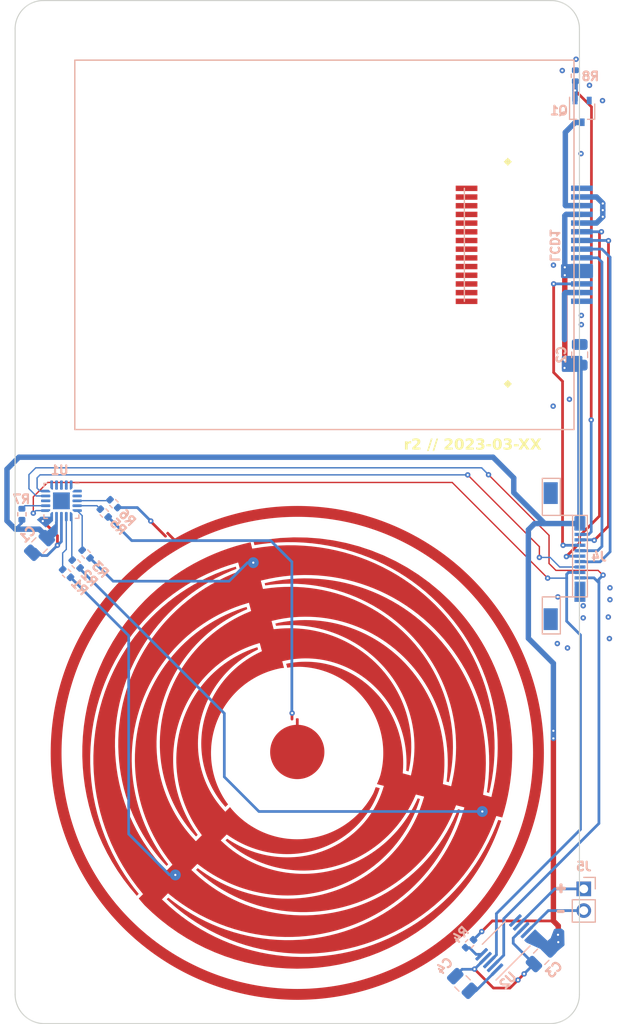
<source format=kicad_pcb>
(kicad_pcb (version 20221018) (generator pcbnew)

  (general
    (thickness 1.6)
  )

  (paper "A4")
  (layers
    (0 "F.Cu" signal)
    (31 "B.Cu" signal)
    (32 "B.Adhes" user "B.Adhesive")
    (33 "F.Adhes" user "F.Adhesive")
    (34 "B.Paste" user)
    (35 "F.Paste" user)
    (36 "B.SilkS" user "B.Silkscreen")
    (37 "F.SilkS" user "F.Silkscreen")
    (38 "B.Mask" user)
    (39 "F.Mask" user)
    (40 "Dwgs.User" user "User.Drawings")
    (41 "Cmts.User" user "User.Comments")
    (42 "Eco1.User" user "User.Eco1")
    (43 "Eco2.User" user "User.Eco2")
    (44 "Edge.Cuts" user)
    (45 "Margin" user)
    (46 "B.CrtYd" user "B.Courtyard")
    (47 "F.CrtYd" user "F.Courtyard")
    (48 "B.Fab" user)
    (49 "F.Fab" user)
    (50 "User.1" user)
    (51 "User.2" user)
    (52 "User.3" user)
    (53 "User.4" user)
    (54 "User.5" user)
    (55 "User.6" user)
    (56 "User.7" user)
    (57 "User.8" user)
    (58 "User.9" user)
  )

  (setup
    (stackup
      (layer "F.SilkS" (type "Top Silk Screen"))
      (layer "F.Paste" (type "Top Solder Paste"))
      (layer "F.Mask" (type "Top Solder Mask") (thickness 0.01))
      (layer "F.Cu" (type "copper") (thickness 0.035))
      (layer "dielectric 1" (type "core") (thickness 1.51) (material "FR4") (epsilon_r 4.5) (loss_tangent 0.02))
      (layer "B.Cu" (type "copper") (thickness 0.035))
      (layer "B.Mask" (type "Bottom Solder Mask") (thickness 0.01))
      (layer "B.Paste" (type "Bottom Solder Paste"))
      (layer "B.SilkS" (type "Bottom Silk Screen"))
      (copper_finish "None")
      (dielectric_constraints no)
    )
    (pad_to_mask_clearance 0)
    (pcbplotparams
      (layerselection 0x00010fc_ffffffff)
      (plot_on_all_layers_selection 0x0000000_00000000)
      (disableapertmacros false)
      (usegerberextensions false)
      (usegerberattributes true)
      (usegerberadvancedattributes true)
      (creategerberjobfile true)
      (dashed_line_dash_ratio 12.000000)
      (dashed_line_gap_ratio 3.000000)
      (svgprecision 6)
      (plotframeref false)
      (viasonmask false)
      (mode 1)
      (useauxorigin false)
      (hpglpennumber 1)
      (hpglpenspeed 20)
      (hpglpendiameter 15.000000)
      (dxfpolygonmode true)
      (dxfimperialunits true)
      (dxfusepcbnewfont true)
      (psnegative false)
      (psa4output false)
      (plotreference true)
      (plotvalue true)
      (plotinvisibletext false)
      (sketchpadsonfab false)
      (subtractmaskfromsilk false)
      (outputformat 1)
      (mirror false)
      (drillshape 0)
      (scaleselection 1)
      (outputdirectory "./gerbers/")
    )
  )

  (net 0 "")
  (net 1 "Net-(U2-REG)")
  (net 2 "Net-(J2-Pin_1)")
  (net 3 "Net-(J3-Pin_1)")
  (net 4 "GND")
  (net 5 "+3V3")
  (net 6 "/SCL")
  (net 7 "/SDA")
  (net 8 "/TOUCH_INT")
  (net 9 "/PICO")
  (net 10 "/RESET")
  (net 11 "/SCLK")
  (net 12 "/CS")
  (net 13 "/RS")
  (net 14 "/LED_ENABLE")
  (net 15 "Net-(J5-Pin_1)")
  (net 16 "Net-(J5-Pin_2)")
  (net 17 "Net-(LCD1-LEDK)")
  (net 18 "Net-(J1-Pin_1)")
  (net 19 "Net-(U1-KEY0)")
  (net 20 "Net-(J1-Pin_2)")
  (net 21 "Net-(U1-KEY1)")
  (net 22 "Net-(J1-Pin_3)")
  (net 23 "Net-(U1-KEY2)")
  (net 24 "Net-(U2-EN)")
  (net 25 "Net-(U1-KEY3)")
  (net 26 "Net-(U1-KEY4)")
  (net 27 "Net-(U1-~{RESET})")
  (net 28 "unconnected-(U2-VDD{slash}NC-Pad6)")
  (net 29 "unconnected-(U1-KEY6-Pad1)")
  (net 30 "unconnected-(U1-KEY5-Pad2)")
  (net 31 "unconnected-(U1-NC-Pad13)")
  (net 32 "unconnected-(U1-KEY11-Pad16)")
  (net 33 "unconnected-(U1-KEY10-Pad17)")
  (net 34 "unconnected-(U1-KEY9-Pad18)")
  (net 35 "unconnected-(U1-KEY8-Pad19)")
  (net 36 "unconnected-(U1-KEY7-Pad20)")

  (footprint "faceplate-footprints:qtouch-wheel" (layer "F.Cu") (at 157.687776 117.890948 -135))

  (footprint "faceplate-footprints:qtouch-guard" (layer "F.Cu") (at 157.7 117.885573 45))

  (footprint "MountingHole:MountingHole_2.2mm_M2" (layer "F.Cu")
    (tstamp b0eed96b-fecb-4db9-8e07-d5b37a30fb46)
    (at 134.3 140.2)
    (descr "Mounting Hole 2.2mm, no annular, M2")
    (tags "mounting hole 2.2mm no annular m2")
    (property "Sheetfile" "gay-ipod-faceplate.kicad_sch")
    (property "Sheetname" "")
    (property "ki_description" "Mounting Hole without connection")
    (property "ki_keywords" "mounting hole")
    (path "/2287654c-0320-4ba9-89dd-92eed8d101c7")
    (attr exclude_from_pos_files)
    (fp_text reference "H3" (at 0.1 -7.9 unlocked) (layer "F.SilkS") hide
        (effects (font (face "Comic Code") (size 0.8 0.8) (thickness 0.3) bold))
      (tstamp 0c679096-f58e-4b1e-b8a9-ec13c0b89e4e)
      (render_cache "H3" 0
        (polygon
          (pts
            (xy 134.371277 131.909627)            (xy 134.370876 131.901603)            (xy 134.369697 131.893823)            (xy 134.366554 131.882693)
            (xy 134.361875 131.872324)            (xy 134.355786 131.862843)            (xy 134.348416 131.854379)            (xy 134.339892 131.847059)
            (xy 134.330341 131.84101)            (xy 134.319891 131.836359)            (xy 134.30867 131.833235)            (xy 134.300823 131.832064)
            (xy 134.292729 131.831665)            (xy 134.2828 131.832301)            (xy 134.273188 131.834157)            (xy 134.263983 131.837155)
            (xy 134.255273 131.841216)            (xy 134.24715 131.846263)            (xy 134.239703 131.852217)            (xy 134.233021 131.859)
            (xy 134.227195 131.866533)            (xy 134.222314 131.874739)            (xy 134.218469 131.883539)            (xy 134.216525 131.889697)
            (xy 134.213037 131.902518)            (xy 134.209689 131.915947)            (xy 134.206493 131.929908)            (xy 134.203461 131.944325)
            (xy 134.200603 131.959123)            (xy 134.197933 131.974227)            (xy 134.195461 131.989562)            (xy 134.194303 131.997293)
            (xy 134.1932 132.005053)            (xy 134.192151 132.012832)            (xy 134.19116 132.020623)            (xy 134.190227 132.028415)
            (xy 134.189355 132.036198)            (xy 134.187795 132.051703)            (xy 134.186492 132.067063)            (xy 134.185458 132.082201)
            (xy 134.184706 132.097043)            (xy 134.184245 132.111514)            (xy 134.184089 132.125538)            (xy 134.184094 132.134351)
            (xy 134.184125 132.144088)            (xy 134.184187 132.15251)            (xy 134.184298 132.161466)            (xy 134.18447 132.170932)
            (xy 134.184718 132.180883)            (xy 134.185055 132.191292)            (xy 134.185262 132.196661)            (xy 134.176988 132.196332)
            (xy 134.168549 132.196009)            (xy 134.159957 132.195698)            (xy 134.151221 132.195404)            (xy 134.142352 132.195133)
            (xy 134.133362 132.194891)            (xy 134.12426 132.194684)            (xy 134.115057 132.194518)            (xy 134.105764 132.194398)
            (xy 134.096392 132.19433)            (xy 134.090105 132.194316)            (xy 134.07935 132.194343)            (xy 134.068565 132.194424)
            (xy 134.057766 132.194555)            (xy 134.046968 132.194735)            (xy 134.036188 132.194962)            (xy 134.02544 132.195233)
            (xy 134.014741 132.195548)            (xy 134.004107 132.195904)            (xy 133.993552 132.196299)            (xy 133.983094 132.19673)
            (xy 133.972747 132.197197)            (xy 133.962527 132.197696)            (xy 133.952451 132.198226)            (xy 133.942534 132.198786)
            (xy 133.932791 132.199372)            (xy 133.923238 132.199983)            (xy 133.923225 132.191149)            (xy 133.923186 132.182275)
            (xy 133.92312 132.173362)            (xy 133.92303 132.164416)            (xy 133.922913 132.155441)            (xy 133.922772 132.14644)
            (xy 133.922605 132.137419)            (xy 133.922414 132.12838)            (xy 133.922198 132.119328)            (xy 133.921957 132.110268)
            (xy 133.921692 132.101203)            (xy 133.921404 132.092138)            (xy 133.921091 132.083076)            (xy 133.920756 132.074022)
            (xy 133.920396 132.064979)            (xy 133.920014 132.055953)            (xy 133.919609 132.046946)            (xy 133.919181 132.037964)
            (xy 133.91873 132.02901)            (xy 133.918258 132.020088)            (xy 133.917763 132.011203)            (xy 133.917246 132.002359)
            (xy 133.916708 131.993559)            (xy 133.916149 131.984808)            (xy 133.915568 131.97611)            (xy 133.914966 131.967469)
            (xy 133.914344 131.958889)            (xy 133.913701 131.950375)            (xy 133.913038 131.941929)            (xy 133.912354 131.933558)
            (xy 133.911651 131.925264)            (xy 133.910928 131.917052)            (xy 133.909164 131.905682)            (xy 133.905923 131.894944)
            (xy 133.901315 131.884944)            (xy 133.895451 131.875788)            (xy 133.888441 131.867582)            (xy 133.880395 131.860434)
            (xy 133.871422 131.854449)            (xy 133.861634 131.849732)            (xy 133.851139 131.846392)            (xy 133.840049 131.844533)
            (xy 133.83238 131.84417)            (xy 133.824319 131.844571)            (xy 133.816503 131.845749)            (xy 133.805319 131.848891)
            (xy 133.794899 131.853566)            (xy 133.785371 131.859648)            (xy 133.776863 131.867006)            (xy 133.769504 131.875514)
            (xy 133.763423 131.885042)            (xy 133.758747 131.895462)            (xy 133.755606 131.906646)            (xy 133.754428 131.914462)
            (xy 133.754026 131.922523)            (xy 133.754555 131.93268)            (xy 133.755163 131.941369)            (xy 133.75595 131.952272)
            (xy 133.756882 131.965244)            (xy 133.757921 131.980143)            (xy 133.758471 131.988269)            (xy 133.759033 131.996823)
            (xy 133.759605 132.005786)            (xy 133.760181 132.01514)            (xy 133.760758 132.024867)            (xy 133.761329 132.03495)
            (xy 133.761892 132.04537)            (xy 133.762441 132.056108)            (xy 133.762973 132.067148)            (xy 133.763481 132.078472)
            (xy 133.763963 132.09006)            (xy 133.764413 132.101895)            (xy 133.764827 132.113959)            (xy 133.7652 132.126234)
            (xy 133.765529 132.138702)            (xy 133.765807 132.151345)            (xy 133.766032 132.164145)            (xy 133.766198 132.177083)
            (xy 133.766301 132.190142)            (xy 133.766336 132.203304)            (xy 133.766247 132.227128)            (xy 133.765985 132.249855)
            (xy 133.765564 132.271515)            (xy 133.764993 132.292136)            (xy 133.764285 132.311747)            (xy 133.763451 132.330378)
            (xy 133.762503 132.348057)            (xy 133.761451 132.364813)            (xy 133.760308 132.380675)            (xy 133.759085 132.395673)
            (xy 133.757794 132.409834)            (xy 133.756444 132.423188)            (xy 133.75505 132.435764)            (xy 133.75362 132.447592)
            (xy 133.752168 132.458698)            (xy 133.750705 132.469114)            (xy 133.749241 132.478867)            (xy 133.747789 132.487987)
            (xy 133.74636 132.496503)            (xy 133.744965 132.504443)            (xy 133.742324 132.518712)            (xy 133.739958 132.531026)
            (xy 133.737958 132.541618)            (xy 133.736417 132.550718)            (xy 133.735424 132.558558)            (xy 133.735073 132.56537)
            (xy 133.735472 132.573536)            (xy 133.736645 132.581449)            (xy 133.738553 132.589071)            (xy 133.742715 132.599876)
            (xy 133.748324 132.609815)            (xy 133.755255 132.618759)            (xy 133.763381 132.626581)            (xy 133.772578 132.633154)
            (xy 133.782719 132.63835)            (xy 133.793679 132.642041)            (xy 133.80138 132.643604)            (xy 133.809351 132.644403)
            (xy 133.813426 132.644505)            (xy 133.823948 132.643805)            (xy 133.834021 132.641768)            (xy 133.843561 132.63849)
            (xy 133.852478 132.634067)            (xy 133.860688 132.628594)            (xy 133.868102 132.622167)            (xy 133.874634 132.614882)
            (xy 133.880196 132.606833)            (xy 133.884703 132.598118)            (xy 133.888066 132.588831)            (xy 133.88963 132.582369)
            (xy 133.892084 132.570903)            (xy 133.894463 132.559072)            (xy 133.896765 132.546882)            (xy 133.898988 132.534333)
            (xy 133.901129 132.521429)            (xy 133.903187 132.508174)            (xy 133.905159 132.494569)            (xy 133.907045 132.480618)
            (xy 133.908841 132.466323)            (xy 133.910545 132.451688)            (xy 133.912157 132.436715)            (xy 133.913673 132.421407)
            (xy 133.915092 132.405767)            (xy 133.915764 132.397824)            (xy 133.916411 132.389798)            (xy 133.917033 132.381691)
            (xy 133.917629 132.373503)            (xy 133.9182 132.365234)            (xy 133.918744 132.356884)            (xy 133.928323 132.356273)
            (xy 133.938144 132.355687)            (xy 133.948188 132.355128)            (xy 133.958433 132.354598)            (xy 133.968862 132.354098)
            (xy 133.979455 132.353632)            (xy 133.990192 132.3532)            (xy 134.001054 132.352806)            (xy 134.012021 132.35245)
            (xy 134.023074 132.352135)            (xy 134.034193 132.351863)            (xy 134.045359 132.351636)            (xy 134.056553 132.351456)
            (xy 134.067755 132.351325)            (xy 134.078945 132.351245)            (xy 134.090105 132.351218)            (xy 134.100403 132.351248)
            (xy 134.110527 132.351334)            (xy 134.120476 132.35147)            (xy 134.130249 132.351651)            (xy 134.139847 132.35187)
            (xy 134.14927 132.352122)            (xy 134.158518 132.352401)            (xy 134.167591 132.352702)            (xy 134.176488 132.353018)
            (xy 134.185211 132.353343)            (xy 134.190928 132.353563)            (xy 134.191564 132.368422)            (xy 134.192226 132.383376)
            (xy 134.192912 132.398391)            (xy 134.193621 132.413433)            (xy 134.19435 132.428467)            (xy 134.195098 132.443462)
            (xy 134.195863 132.458381)            (xy 134.196643 132.473193)            (xy 134.197438 132.487862)            (xy 134.198244 132.502356)
            (xy 134.199061 132.51664)            (xy 134.199886 132.530681)            (xy 134.200718 132.544445)            (xy 134.201555 132.557899)
            (xy 134.202396 132.571007)            (xy 134.203238 132.583737)            (xy 134.204681 132.595026)            (xy 134.207717 132.605736)
            (xy 134.212217 132.61575)            (xy 134.218052 132.624953)            (xy 134.225093 132.633228)            (xy 134.233214 132.640461)
            (xy 134.242284 132.646534)            (xy 134.252175 132.651331)            (xy 134.262759 132.654738)            (xy 134.273908 132.656638)
            (xy 134.281591 132.65701)            (xy 134.289684 132.656613)            (xy 134.297524 132.655448)            (xy 134.30873 132.652339)
            (xy 134.319158 132.64771)            (xy 134.328684 132.641686)            (xy 134.337181 132.634393)            (xy 134.344524 132.625956)
            (xy 134.350587 132.616501)            (xy 134.355245 132.606153)            (xy 134.358373 132.595039)            (xy 134.359545 132.587265)
            (xy 134.359944 132.579243)            (xy 134.359476 132.569131)            (xy 134.358701 132.55377)            (xy 134.358195 132.54383)
            (xy 134.35762 132.532529)            (xy 134.356983 132.519974)            (xy 134.35629 132.506276)            (xy 134.355548 132.491542)
            (xy 134.354765 132.475882)            (xy 134.353947 132.459404)            (xy 134.353102 132.442217)            (xy 134.352235 132.424429)
            (xy 134.351355 132.40615)            (xy 134.350468 132.387488)            (xy 134.34958 132.368552)            (xy 134.3487 132.34945)
            (xy 134.347833 132.330291)            (xy 134.346988 132.311185)            (xy 134.34617 132.292239)            (xy 134.345387 132.273562)
            (xy 134.344645 132.255264)            (xy 134.343952 132.237453)            (xy 134.343315 132.220237)            (xy 134.34274 132.203726)
            (xy 134.342234 132.188027)            (xy 134.341805 132.173251)            (xy 134.341459 132.159505)            (xy 134.341204 132.146898)
            (xy 134.341045 132.135539)            (xy 134.340991 132.125538)            (xy 134.341078 132.115465)            (xy 134.341331 132.105514)
            (xy 134.34174 132.095694)            (xy 134.342292 132.086014)            (xy 134.342978 132.076484)            (xy 134.343786 132.067112)
            (xy 134.344705 132.057908)            (xy 134.345723 132.048882)            (xy 134.34683 132.040042)            (xy 134.348015 132.031398)
            (xy 134.349267 132.022959)            (xy 134.350574 132.014735)            (xy 134.351925 132.006735)            (xy 134.353309 131.998968)
            (xy 134.356134 131.98417)            (xy 134.358958 131.970416)            (xy 134.361694 131.957781)            (xy 134.364253 131.946339)
            (xy 134.366545 131.936164)            (xy 134.368482 131.927331)            (xy 134.370528 131.91676)
          )
        )
        (polygon
          (pts
            (xy 134.88829 132.211706)            (xy 134.896133 132.207558)            (xy 134.903688 132.203355)            (xy 134.910958 132.199094)
            (xy 134.917947 132.194772)            (xy 134.924655 132.190389)            (xy 134.931087 132.18594)            (xy 134.943129 132.176838)
            (xy 134.954092 132.167446)            (xy 134.963997 132.157744)            (xy 134.972864 132.147714)            (xy 134.980712 132.137334)
            (xy 134.987562 132.126586)            (xy 134.993433 132.11545)            (xy 134.998346 132.103905)            (xy 135.002321 132.091933)
            (xy 135.005378 132.079513)            (xy 135.007537 132.066625)            (xy 135.008817 132.05325)            (xy 135.009239 132.039369)
            (xy 135.008904 132.027994)            (xy 135.007908 132.016847)            (xy 135.006268 132.005936)            (xy 135.004 131.995269)
            (xy 135.00112 131.984857)            (xy 134.997645 131.974707)            (xy 134.99359 131.964829)            (xy 134.988973 131.95523)
            (xy 134.983809 131.94592)            (xy 134.978115 131.936908)            (xy 134.971907 131.928202)            (xy 134.9652 131.919811)
            (xy 134.958012 131.911744)            (xy 134.950358 131.90401)            (xy 134.942255 131.896617)            (xy 134.933719 131.889575)
            (xy 134.924767 131.882891)            (xy 134.915414 131.876575)            (xy 134.905676 131.870635)            (xy 134.895571 131.86508)
            (xy 134.885114 131.85992)            (xy 134.874321 131.855162)            (xy 134.863209 131.850816)            (xy 134.851794 131.84689)
            (xy 134.840093 131.843393)            (xy 134.82812 131.840334)            (xy 134.815894 131.837722)            (xy 134.803429 131.835564)
            (xy 134.790742 131.833871)            (xy 134.77785 131.832651)            (xy 134.764769 131.831913)            (xy 134.751514 131.831665)
            (xy 134.738268 131.831912)            (xy 134.724576 131.832648)            (xy 134.710494 131.833859)            (xy 134.696074 131.835536)
            (xy 134.681372 131.837666)            (xy 134.666441 131.840237)            (xy 134.651336 131.84324)            (xy 134.63611 131.846661)
            (xy 134.628468 131.848525)            (xy 134.620817 131.85049)            (xy 134.613163 131.852554)            (xy 134.605512 131.854715)
            (xy 134.597872 131.856972)            (xy 134.590249 131.859325)            (xy 134.582651 131.86177)            (xy 134.575082 131.864308)
            (xy 134.567552 131.866935)            (xy 134.560065 131.869652)            (xy 134.55263 131.872457)            (xy 134.545252 131.875347)
            (xy 134.537939 131.878323)            (xy 134.530698 131.881381)            (xy 134.523534 131.884522)            (xy 134.516455 131.887743)
            (xy 134.508792 131.891313)            (xy 134.501661 131.895717)            (xy 134.495111 131.900891)            (xy 134.489191 131.906774)
            (xy 134.483947 131.913302)            (xy 134.47943 131.920413)            (xy 134.475687 131.928043)            (xy 134.472766 131.93613)
            (xy 134.470716 131.944612)            (xy 134.469585 131.953424)            (xy 134.469365 131.959452)            (xy 134.469766 131.96755)
            (xy 134.470945 131.975402)            (xy 134.474086 131.986639)            (xy 134.478761 131.99711)            (xy 134.484843 132.006686)
            (xy 134.492202 132.015237)            (xy 134.500709 132.022635)            (xy 134.510238 132.028749)            (xy 134.520658 132.033449)
            (xy 134.531841 132.036608)            (xy 134.539658 132.037793)            (xy 134.547718 132.038196)            (xy 134.555664 132.03774)
            (xy 134.563379 132.036453)            (xy 134.571976 132.034121)            (xy 134.57936 132.031466)            (xy 134.582498 132.030185)
            (xy 134.593247 132.025274)            (xy 134.604082 132.020655)            (xy 134.614979 132.016331)            (xy 134.625915 132.012307)
            (xy 134.636866 132.008584)            (xy 134.647808 132.005167)            (xy 134.658718 132.002059)            (xy 134.669571 131.999264)
            (xy 134.680344 131.996785)            (xy 134.691013 131.994625)            (xy 134.701554 131.992788)            (xy 134.711944 131.991277)
            (xy 134.722159 131.990096)            (xy 134.732174 131.989248)            (xy 134.741968 131.988737)            (xy 134.751514 131.988566)
            (xy 134.762274 131.988864)            (xy 134.77262 131.989731)            (xy 134.782513 131.991128)            (xy 134.791915 131.993014)
            (xy 134.800787 131.995351)            (xy 134.80909 131.998097)            (xy 134.816785 132.001214)            (xy 134.823835 132.004662)
            (xy 134.833113 132.010366)            (xy 134.840721 132.01659)            (xy 134.846527 132.0232)            (xy 134.850402 132.030061)
            (xy 134.852338 132.039369)            (xy 134.850995 132.049688)            (xy 134.846669 132.059851)            (xy 134.841906 132.066605)
            (xy 134.835483 132.073387)            (xy 134.827268 132.080238)            (xy 134.817128 132.087195)            (xy 134.80493 132.094299)
            (xy 134.790541 132.101588)            (xy 134.782483 132.105314)            (xy 134.773827 132.109102)            (xy 134.764557 132.112955)
            (xy 134.754656 132.11688)            (xy 134.744107 132.12088)            (xy 134.732894 132.124961)            (xy 134.721 132.129127)
            (xy 134.708408 132.133384)            (xy 134.695102 132.137736)            (xy 134.681066 132.142188)            (xy 134.666282 132.146746)
            (xy 134.650734 132.151414)            (xy 134.634405 132.156197)            (xy 134.617278 132.161099)            (xy 134.608076 132.164182)
            (xy 134.599425 132.168324)            (xy 134.591403 132.173453)            (xy 134.584086 132.179495)            (xy 134.577552 132.186377)
            (xy 134.571879 132.194026)            (xy 134.567143 132.202367)            (xy 134.563423 132.211328)            (xy 134.560794 132.220835)
            (xy 134.559336 132.230814)            (xy 134.559051 132.237694)            (xy 134.559051 132.238866)            (xy 134.55945 132.246996)
            (xy 134.560622 132.254872)            (xy 134.562531 132.262458)            (xy 134.566693 132.273212)            (xy 134.572302 132.283101)
            (xy 134.579232 132.292)            (xy 134.587359 132.299782)            (xy 134.596555 132.306321)            (xy 134.606697 132.311489)
            (xy 134.617657 132.31516)            (xy 134.625357 132.316714)            (xy 134.633328 132.317509)            (xy 134.637404 132.31761)
            (xy 134.645583 132.317091)            (xy 134.653454 132.316559)            (xy 134.66283 132.315949)            (xy 134.672947 132.315339)
            (xy 134.683044 132.314807)            (xy 134.692358 132.314431)            (xy 134.700126 132.314288)            (xy 134.70987 132.314394)
            (xy 134.719355 132.314707)            (xy 134.728577 132.315226)            (xy 134.737533 132.315945)            (xy 134.74622 132.316862)
            (xy 134.754633 132.317973)            (xy 134.762771 132.319275)            (xy 134.770629 132.320764)            (xy 134.785495 132.324288)
            (xy 134.799205 132.328518)            (xy 134.811733 132.333425)            (xy 134.823053 132.338981)            (xy 134.833139 132.345158)
            (xy 134.841964 132.351927)            (xy 134.849503 132.359259)            (xy 134.85573 132.367127)            (xy 134.860618 132.375503)
            (xy 134.864142 132.384357)            (xy 134.866275 132.393661)            (xy 134.866992 132.403388)            (xy 134.866301 132.41375)
            (xy 134.86425 132.423709)            (xy 134.860868 132.433229)            (xy 134.856188 132.442272)            (xy 134.85024 132.450802)
            (xy 134.843056 132.458782)            (xy 134.834667 132.466177)            (xy 134.825105 132.472949)            (xy 134.814399 132.479061)
            (xy 134.802583 132.484477)            (xy 134.789686 132.48916)            (xy 134.77574 132.493074)            (xy 134.760776 132.496182)
            (xy 134.752923 132.497422)            (xy 134.744826 132.498448)            (xy 134.736491 132.499253)            (xy 134.727921 132.499834)
            (xy 134.719119 132.500185)            (xy 134.710091 132.500304)            (xy 134.699924 132.50017)            (xy 134.689993 132.499762)
            (xy 134.680267 132.499072)            (xy 134.670719 132.498093)            (xy 134.661317 132.496817)            (xy 134.652031 132.495234)

... [1232216 chars truncated]
</source>
